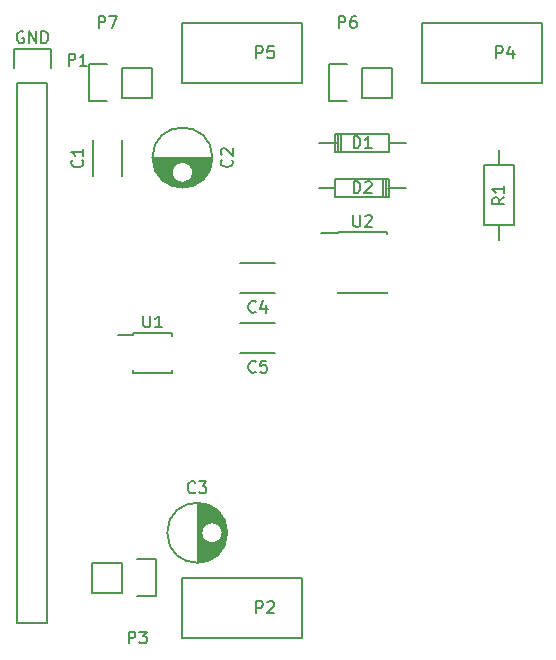
<source format=gbr>
G04 #@! TF.FileFunction,Legend,Top*
%FSLAX46Y46*%
G04 Gerber Fmt 4.6, Leading zero omitted, Abs format (unit mm)*
G04 Created by KiCad (PCBNEW 4.0.6-e0-6349~53~ubuntu16.04.1) date Thu Oct  5 16:52:54 2017*
%MOMM*%
%LPD*%
G01*
G04 APERTURE LIST*
%ADD10C,0.100000*%
%ADD11C,0.150000*%
G04 APERTURE END LIST*
D10*
D11*
X92730000Y-132330000D02*
X92730000Y-129330000D01*
X95230000Y-129330000D02*
X95230000Y-132330000D01*
X102829000Y-130865000D02*
X97831000Y-130865000D01*
X102821000Y-131005000D02*
X97839000Y-131005000D01*
X102805000Y-131145000D02*
X100425000Y-131145000D01*
X100235000Y-131145000D02*
X97855000Y-131145000D01*
X102781000Y-131285000D02*
X100820000Y-131285000D01*
X99840000Y-131285000D02*
X97879000Y-131285000D01*
X102748000Y-131425000D02*
X100987000Y-131425000D01*
X99673000Y-131425000D02*
X97912000Y-131425000D01*
X102707000Y-131565000D02*
X101094000Y-131565000D01*
X99566000Y-131565000D02*
X97953000Y-131565000D01*
X102657000Y-131705000D02*
X101165000Y-131705000D01*
X99495000Y-131705000D02*
X98003000Y-131705000D01*
X102596000Y-131845000D02*
X101209000Y-131845000D01*
X99451000Y-131845000D02*
X98064000Y-131845000D01*
X102526000Y-131985000D02*
X101228000Y-131985000D01*
X99432000Y-131985000D02*
X98134000Y-131985000D01*
X102444000Y-132125000D02*
X101226000Y-132125000D01*
X99434000Y-132125000D02*
X98216000Y-132125000D01*
X102349000Y-132265000D02*
X101201000Y-132265000D01*
X99459000Y-132265000D02*
X98311000Y-132265000D01*
X102238000Y-132405000D02*
X101153000Y-132405000D01*
X99507000Y-132405000D02*
X98422000Y-132405000D01*
X102110000Y-132545000D02*
X101075000Y-132545000D01*
X99585000Y-132545000D02*
X98550000Y-132545000D01*
X101961000Y-132685000D02*
X100958000Y-132685000D01*
X99702000Y-132685000D02*
X98699000Y-132685000D01*
X101782000Y-132825000D02*
X100770000Y-132825000D01*
X99890000Y-132825000D02*
X98878000Y-132825000D01*
X101563000Y-132965000D02*
X99097000Y-132965000D01*
X101274000Y-133105000D02*
X99386000Y-133105000D01*
X100802000Y-133245000D02*
X99858000Y-133245000D01*
X101230000Y-132040000D02*
G75*
G03X101230000Y-132040000I-900000J0D01*
G01*
X102867500Y-130790000D02*
G75*
G03X102867500Y-130790000I-2537500J0D01*
G01*
X101655000Y-160061000D02*
X101655000Y-165059000D01*
X101795000Y-160069000D02*
X101795000Y-165051000D01*
X101935000Y-160085000D02*
X101935000Y-162465000D01*
X101935000Y-162655000D02*
X101935000Y-165035000D01*
X102075000Y-160109000D02*
X102075000Y-162070000D01*
X102075000Y-163050000D02*
X102075000Y-165011000D01*
X102215000Y-160142000D02*
X102215000Y-161903000D01*
X102215000Y-163217000D02*
X102215000Y-164978000D01*
X102355000Y-160183000D02*
X102355000Y-161796000D01*
X102355000Y-163324000D02*
X102355000Y-164937000D01*
X102495000Y-160233000D02*
X102495000Y-161725000D01*
X102495000Y-163395000D02*
X102495000Y-164887000D01*
X102635000Y-160294000D02*
X102635000Y-161681000D01*
X102635000Y-163439000D02*
X102635000Y-164826000D01*
X102775000Y-160364000D02*
X102775000Y-161662000D01*
X102775000Y-163458000D02*
X102775000Y-164756000D01*
X102915000Y-160446000D02*
X102915000Y-161664000D01*
X102915000Y-163456000D02*
X102915000Y-164674000D01*
X103055000Y-160541000D02*
X103055000Y-161689000D01*
X103055000Y-163431000D02*
X103055000Y-164579000D01*
X103195000Y-160652000D02*
X103195000Y-161737000D01*
X103195000Y-163383000D02*
X103195000Y-164468000D01*
X103335000Y-160780000D02*
X103335000Y-161815000D01*
X103335000Y-163305000D02*
X103335000Y-164340000D01*
X103475000Y-160929000D02*
X103475000Y-161932000D01*
X103475000Y-163188000D02*
X103475000Y-164191000D01*
X103615000Y-161108000D02*
X103615000Y-162120000D01*
X103615000Y-163000000D02*
X103615000Y-164012000D01*
X103755000Y-161327000D02*
X103755000Y-163793000D01*
X103895000Y-161616000D02*
X103895000Y-163504000D01*
X104035000Y-162088000D02*
X104035000Y-163032000D01*
X103730000Y-162560000D02*
G75*
G03X103730000Y-162560000I-900000J0D01*
G01*
X104117500Y-162560000D02*
G75*
G03X104117500Y-162560000I-2537500J0D01*
G01*
X108200000Y-142220000D02*
X105200000Y-142220000D01*
X105200000Y-139720000D02*
X108200000Y-139720000D01*
X108200000Y-147300000D02*
X105200000Y-147300000D01*
X105200000Y-144800000D02*
X108200000Y-144800000D01*
X117856520Y-129537460D02*
X119253520Y-129537460D01*
X113411520Y-129537460D02*
X111887520Y-129537460D01*
X113792520Y-128775460D02*
X113792520Y-130299460D01*
X113538520Y-128775460D02*
X113538520Y-130299460D01*
X113284520Y-129537460D02*
X113284520Y-130299460D01*
X113284520Y-130299460D02*
X117856520Y-130299460D01*
X117856520Y-130299460D02*
X117856520Y-128775460D01*
X117856520Y-128775460D02*
X113284520Y-128775460D01*
X113284520Y-128775460D02*
X113284520Y-129537460D01*
X113283480Y-133352540D02*
X111886480Y-133352540D01*
X117728480Y-133352540D02*
X119252480Y-133352540D01*
X117347480Y-134114540D02*
X117347480Y-132590540D01*
X117601480Y-134114540D02*
X117601480Y-132590540D01*
X117855480Y-133352540D02*
X117855480Y-132590540D01*
X117855480Y-132590540D02*
X113283480Y-132590540D01*
X113283480Y-132590540D02*
X113283480Y-134114540D01*
X113283480Y-134114540D02*
X117855480Y-134114540D01*
X117855480Y-134114540D02*
X117855480Y-133352540D01*
X86360000Y-124460000D02*
X86360000Y-170180000D01*
X86360000Y-170180000D02*
X88900000Y-170180000D01*
X88900000Y-170180000D02*
X88900000Y-124460000D01*
X86080000Y-121640000D02*
X86080000Y-123190000D01*
X86360000Y-124460000D02*
X88900000Y-124460000D01*
X89180000Y-123190000D02*
X89180000Y-121640000D01*
X89180000Y-121640000D02*
X86080000Y-121640000D01*
X100330000Y-166370000D02*
X110490000Y-166370000D01*
X110490000Y-166370000D02*
X110490000Y-171450000D01*
X110490000Y-171450000D02*
X100330000Y-171450000D01*
X100330000Y-171450000D02*
X100330000Y-166370000D01*
X98070000Y-164820000D02*
X96520000Y-164820000D01*
X92710000Y-165100000D02*
X95250000Y-165100000D01*
X95250000Y-165100000D02*
X95250000Y-167640000D01*
X96520000Y-167920000D02*
X98070000Y-167920000D01*
X98070000Y-167920000D02*
X98070000Y-164820000D01*
X95250000Y-167640000D02*
X92710000Y-167640000D01*
X92710000Y-167640000D02*
X92710000Y-165100000D01*
X120650000Y-119380000D02*
X130810000Y-119380000D01*
X130810000Y-119380000D02*
X130810000Y-124460000D01*
X130810000Y-124460000D02*
X120650000Y-124460000D01*
X120650000Y-124460000D02*
X120650000Y-119380000D01*
X100330000Y-119380000D02*
X110490000Y-119380000D01*
X110490000Y-119380000D02*
X110490000Y-124460000D01*
X110490000Y-124460000D02*
X100330000Y-124460000D01*
X100330000Y-124460000D02*
X100330000Y-119380000D01*
X112750000Y-126010000D02*
X114300000Y-126010000D01*
X118110000Y-125730000D02*
X115570000Y-125730000D01*
X115570000Y-125730000D02*
X115570000Y-123190000D01*
X114300000Y-122910000D02*
X112750000Y-122910000D01*
X112750000Y-122910000D02*
X112750000Y-126010000D01*
X115570000Y-123190000D02*
X118110000Y-123190000D01*
X118110000Y-123190000D02*
X118110000Y-125730000D01*
X92430000Y-126010000D02*
X93980000Y-126010000D01*
X97790000Y-125730000D02*
X95250000Y-125730000D01*
X95250000Y-125730000D02*
X95250000Y-123190000D01*
X93980000Y-122910000D02*
X92430000Y-122910000D01*
X92430000Y-122910000D02*
X92430000Y-126010000D01*
X95250000Y-123190000D02*
X97790000Y-123190000D01*
X97790000Y-123190000D02*
X97790000Y-125730000D01*
X96115000Y-145645000D02*
X96115000Y-145820000D01*
X99465000Y-145645000D02*
X99465000Y-145895000D01*
X99465000Y-148995000D02*
X99465000Y-148745000D01*
X96115000Y-148995000D02*
X96115000Y-148745000D01*
X96115000Y-145645000D02*
X99465000Y-145645000D01*
X96115000Y-148995000D02*
X99465000Y-148995000D01*
X96115000Y-145820000D02*
X94865000Y-145820000D01*
X113495000Y-137125000D02*
X113495000Y-137175000D01*
X117645000Y-137125000D02*
X117645000Y-137270000D01*
X117645000Y-142275000D02*
X117645000Y-142130000D01*
X113495000Y-142275000D02*
X113495000Y-142130000D01*
X113495000Y-137125000D02*
X117645000Y-137125000D01*
X113495000Y-142275000D02*
X117645000Y-142275000D01*
X113495000Y-137175000D02*
X112095000Y-137175000D01*
X128397000Y-131445000D02*
X128397000Y-136525000D01*
X128397000Y-136525000D02*
X125857000Y-136525000D01*
X125857000Y-136525000D02*
X125857000Y-131445000D01*
X125857000Y-131445000D02*
X128397000Y-131445000D01*
X127127000Y-131445000D02*
X127127000Y-130175000D01*
X127127000Y-136525000D02*
X127127000Y-137795000D01*
X91837143Y-130996666D02*
X91884762Y-131044285D01*
X91932381Y-131187142D01*
X91932381Y-131282380D01*
X91884762Y-131425238D01*
X91789524Y-131520476D01*
X91694286Y-131568095D01*
X91503810Y-131615714D01*
X91360952Y-131615714D01*
X91170476Y-131568095D01*
X91075238Y-131520476D01*
X90980000Y-131425238D01*
X90932381Y-131282380D01*
X90932381Y-131187142D01*
X90980000Y-131044285D01*
X91027619Y-130996666D01*
X91932381Y-130044285D02*
X91932381Y-130615714D01*
X91932381Y-130330000D02*
X90932381Y-130330000D01*
X91075238Y-130425238D01*
X91170476Y-130520476D01*
X91218095Y-130615714D01*
X104487143Y-130956666D02*
X104534762Y-131004285D01*
X104582381Y-131147142D01*
X104582381Y-131242380D01*
X104534762Y-131385238D01*
X104439524Y-131480476D01*
X104344286Y-131528095D01*
X104153810Y-131575714D01*
X104010952Y-131575714D01*
X103820476Y-131528095D01*
X103725238Y-131480476D01*
X103630000Y-131385238D01*
X103582381Y-131242380D01*
X103582381Y-131147142D01*
X103630000Y-131004285D01*
X103677619Y-130956666D01*
X103677619Y-130575714D02*
X103630000Y-130528095D01*
X103582381Y-130432857D01*
X103582381Y-130194761D01*
X103630000Y-130099523D01*
X103677619Y-130051904D01*
X103772857Y-130004285D01*
X103868095Y-130004285D01*
X104010952Y-130051904D01*
X104582381Y-130623333D01*
X104582381Y-130004285D01*
X101413334Y-159117143D02*
X101365715Y-159164762D01*
X101222858Y-159212381D01*
X101127620Y-159212381D01*
X100984762Y-159164762D01*
X100889524Y-159069524D01*
X100841905Y-158974286D01*
X100794286Y-158783810D01*
X100794286Y-158640952D01*
X100841905Y-158450476D01*
X100889524Y-158355238D01*
X100984762Y-158260000D01*
X101127620Y-158212381D01*
X101222858Y-158212381D01*
X101365715Y-158260000D01*
X101413334Y-158307619D01*
X101746667Y-158212381D02*
X102365715Y-158212381D01*
X102032381Y-158593333D01*
X102175239Y-158593333D01*
X102270477Y-158640952D01*
X102318096Y-158688571D01*
X102365715Y-158783810D01*
X102365715Y-159021905D01*
X102318096Y-159117143D01*
X102270477Y-159164762D01*
X102175239Y-159212381D01*
X101889524Y-159212381D01*
X101794286Y-159164762D01*
X101746667Y-159117143D01*
X106533334Y-143827143D02*
X106485715Y-143874762D01*
X106342858Y-143922381D01*
X106247620Y-143922381D01*
X106104762Y-143874762D01*
X106009524Y-143779524D01*
X105961905Y-143684286D01*
X105914286Y-143493810D01*
X105914286Y-143350952D01*
X105961905Y-143160476D01*
X106009524Y-143065238D01*
X106104762Y-142970000D01*
X106247620Y-142922381D01*
X106342858Y-142922381D01*
X106485715Y-142970000D01*
X106533334Y-143017619D01*
X107390477Y-143255714D02*
X107390477Y-143922381D01*
X107152381Y-142874762D02*
X106914286Y-143589048D01*
X107533334Y-143589048D01*
X106533334Y-148907143D02*
X106485715Y-148954762D01*
X106342858Y-149002381D01*
X106247620Y-149002381D01*
X106104762Y-148954762D01*
X106009524Y-148859524D01*
X105961905Y-148764286D01*
X105914286Y-148573810D01*
X105914286Y-148430952D01*
X105961905Y-148240476D01*
X106009524Y-148145238D01*
X106104762Y-148050000D01*
X106247620Y-148002381D01*
X106342858Y-148002381D01*
X106485715Y-148050000D01*
X106533334Y-148097619D01*
X107438096Y-148002381D02*
X106961905Y-148002381D01*
X106914286Y-148478571D01*
X106961905Y-148430952D01*
X107057143Y-148383333D01*
X107295239Y-148383333D01*
X107390477Y-148430952D01*
X107438096Y-148478571D01*
X107485715Y-148573810D01*
X107485715Y-148811905D01*
X107438096Y-148907143D01*
X107390477Y-148954762D01*
X107295239Y-149002381D01*
X107057143Y-149002381D01*
X106961905Y-148954762D01*
X106914286Y-148907143D01*
X114831905Y-129992381D02*
X114831905Y-128992381D01*
X115070000Y-128992381D01*
X115212858Y-129040000D01*
X115308096Y-129135238D01*
X115355715Y-129230476D01*
X115403334Y-129420952D01*
X115403334Y-129563810D01*
X115355715Y-129754286D01*
X115308096Y-129849524D01*
X115212858Y-129944762D01*
X115070000Y-129992381D01*
X114831905Y-129992381D01*
X116355715Y-129992381D02*
X115784286Y-129992381D01*
X116070000Y-129992381D02*
X116070000Y-128992381D01*
X115974762Y-129135238D01*
X115879524Y-129230476D01*
X115784286Y-129278095D01*
X114831905Y-133802381D02*
X114831905Y-132802381D01*
X115070000Y-132802381D01*
X115212858Y-132850000D01*
X115308096Y-132945238D01*
X115355715Y-133040476D01*
X115403334Y-133230952D01*
X115403334Y-133373810D01*
X115355715Y-133564286D01*
X115308096Y-133659524D01*
X115212858Y-133754762D01*
X115070000Y-133802381D01*
X114831905Y-133802381D01*
X115784286Y-132897619D02*
X115831905Y-132850000D01*
X115927143Y-132802381D01*
X116165239Y-132802381D01*
X116260477Y-132850000D01*
X116308096Y-132897619D01*
X116355715Y-132992857D01*
X116355715Y-133088095D01*
X116308096Y-133230952D01*
X115736667Y-133802381D01*
X116355715Y-133802381D01*
X90701905Y-123007381D02*
X90701905Y-122007381D01*
X91082858Y-122007381D01*
X91178096Y-122055000D01*
X91225715Y-122102619D01*
X91273334Y-122197857D01*
X91273334Y-122340714D01*
X91225715Y-122435952D01*
X91178096Y-122483571D01*
X91082858Y-122531190D01*
X90701905Y-122531190D01*
X92225715Y-123007381D02*
X91654286Y-123007381D01*
X91940000Y-123007381D02*
X91940000Y-122007381D01*
X91844762Y-122150238D01*
X91749524Y-122245476D01*
X91654286Y-122293095D01*
X86868096Y-120150000D02*
X86772858Y-120102381D01*
X86630001Y-120102381D01*
X86487143Y-120150000D01*
X86391905Y-120245238D01*
X86344286Y-120340476D01*
X86296667Y-120530952D01*
X86296667Y-120673810D01*
X86344286Y-120864286D01*
X86391905Y-120959524D01*
X86487143Y-121054762D01*
X86630001Y-121102381D01*
X86725239Y-121102381D01*
X86868096Y-121054762D01*
X86915715Y-121007143D01*
X86915715Y-120673810D01*
X86725239Y-120673810D01*
X87344286Y-121102381D02*
X87344286Y-120102381D01*
X87915715Y-121102381D01*
X87915715Y-120102381D01*
X88391905Y-121102381D02*
X88391905Y-120102381D01*
X88630000Y-120102381D01*
X88772858Y-120150000D01*
X88868096Y-120245238D01*
X88915715Y-120340476D01*
X88963334Y-120530952D01*
X88963334Y-120673810D01*
X88915715Y-120864286D01*
X88868096Y-120959524D01*
X88772858Y-121054762D01*
X88630000Y-121102381D01*
X88391905Y-121102381D01*
X106576905Y-169362381D02*
X106576905Y-168362381D01*
X106957858Y-168362381D01*
X107053096Y-168410000D01*
X107100715Y-168457619D01*
X107148334Y-168552857D01*
X107148334Y-168695714D01*
X107100715Y-168790952D01*
X107053096Y-168838571D01*
X106957858Y-168886190D01*
X106576905Y-168886190D01*
X107529286Y-168457619D02*
X107576905Y-168410000D01*
X107672143Y-168362381D01*
X107910239Y-168362381D01*
X108005477Y-168410000D01*
X108053096Y-168457619D01*
X108100715Y-168552857D01*
X108100715Y-168648095D01*
X108053096Y-168790952D01*
X107481667Y-169362381D01*
X108100715Y-169362381D01*
X95781905Y-171922381D02*
X95781905Y-170922381D01*
X96162858Y-170922381D01*
X96258096Y-170970000D01*
X96305715Y-171017619D01*
X96353334Y-171112857D01*
X96353334Y-171255714D01*
X96305715Y-171350952D01*
X96258096Y-171398571D01*
X96162858Y-171446190D01*
X95781905Y-171446190D01*
X96686667Y-170922381D02*
X97305715Y-170922381D01*
X96972381Y-171303333D01*
X97115239Y-171303333D01*
X97210477Y-171350952D01*
X97258096Y-171398571D01*
X97305715Y-171493810D01*
X97305715Y-171731905D01*
X97258096Y-171827143D01*
X97210477Y-171874762D01*
X97115239Y-171922381D01*
X96829524Y-171922381D01*
X96734286Y-171874762D01*
X96686667Y-171827143D01*
X126896905Y-122372381D02*
X126896905Y-121372381D01*
X127277858Y-121372381D01*
X127373096Y-121420000D01*
X127420715Y-121467619D01*
X127468334Y-121562857D01*
X127468334Y-121705714D01*
X127420715Y-121800952D01*
X127373096Y-121848571D01*
X127277858Y-121896190D01*
X126896905Y-121896190D01*
X128325477Y-121705714D02*
X128325477Y-122372381D01*
X128087381Y-121324762D02*
X127849286Y-122039048D01*
X128468334Y-122039048D01*
X106576905Y-122372381D02*
X106576905Y-121372381D01*
X106957858Y-121372381D01*
X107053096Y-121420000D01*
X107100715Y-121467619D01*
X107148334Y-121562857D01*
X107148334Y-121705714D01*
X107100715Y-121800952D01*
X107053096Y-121848571D01*
X106957858Y-121896190D01*
X106576905Y-121896190D01*
X108053096Y-121372381D02*
X107576905Y-121372381D01*
X107529286Y-121848571D01*
X107576905Y-121800952D01*
X107672143Y-121753333D01*
X107910239Y-121753333D01*
X108005477Y-121800952D01*
X108053096Y-121848571D01*
X108100715Y-121943810D01*
X108100715Y-122181905D01*
X108053096Y-122277143D01*
X108005477Y-122324762D01*
X107910239Y-122372381D01*
X107672143Y-122372381D01*
X107576905Y-122324762D01*
X107529286Y-122277143D01*
X113561905Y-119812381D02*
X113561905Y-118812381D01*
X113942858Y-118812381D01*
X114038096Y-118860000D01*
X114085715Y-118907619D01*
X114133334Y-119002857D01*
X114133334Y-119145714D01*
X114085715Y-119240952D01*
X114038096Y-119288571D01*
X113942858Y-119336190D01*
X113561905Y-119336190D01*
X114990477Y-118812381D02*
X114800000Y-118812381D01*
X114704762Y-118860000D01*
X114657143Y-118907619D01*
X114561905Y-119050476D01*
X114514286Y-119240952D01*
X114514286Y-119621905D01*
X114561905Y-119717143D01*
X114609524Y-119764762D01*
X114704762Y-119812381D01*
X114895239Y-119812381D01*
X114990477Y-119764762D01*
X115038096Y-119717143D01*
X115085715Y-119621905D01*
X115085715Y-119383810D01*
X115038096Y-119288571D01*
X114990477Y-119240952D01*
X114895239Y-119193333D01*
X114704762Y-119193333D01*
X114609524Y-119240952D01*
X114561905Y-119288571D01*
X114514286Y-119383810D01*
X93241905Y-119812381D02*
X93241905Y-118812381D01*
X93622858Y-118812381D01*
X93718096Y-118860000D01*
X93765715Y-118907619D01*
X93813334Y-119002857D01*
X93813334Y-119145714D01*
X93765715Y-119240952D01*
X93718096Y-119288571D01*
X93622858Y-119336190D01*
X93241905Y-119336190D01*
X94146667Y-118812381D02*
X94813334Y-118812381D01*
X94384762Y-119812381D01*
X97028095Y-144172381D02*
X97028095Y-144981905D01*
X97075714Y-145077143D01*
X97123333Y-145124762D01*
X97218571Y-145172381D01*
X97409048Y-145172381D01*
X97504286Y-145124762D01*
X97551905Y-145077143D01*
X97599524Y-144981905D01*
X97599524Y-144172381D01*
X98599524Y-145172381D02*
X98028095Y-145172381D01*
X98313809Y-145172381D02*
X98313809Y-144172381D01*
X98218571Y-144315238D01*
X98123333Y-144410476D01*
X98028095Y-144458095D01*
X114808095Y-135652381D02*
X114808095Y-136461905D01*
X114855714Y-136557143D01*
X114903333Y-136604762D01*
X114998571Y-136652381D01*
X115189048Y-136652381D01*
X115284286Y-136604762D01*
X115331905Y-136557143D01*
X115379524Y-136461905D01*
X115379524Y-135652381D01*
X115808095Y-135747619D02*
X115855714Y-135700000D01*
X115950952Y-135652381D01*
X116189048Y-135652381D01*
X116284286Y-135700000D01*
X116331905Y-135747619D01*
X116379524Y-135842857D01*
X116379524Y-135938095D01*
X116331905Y-136080952D01*
X115760476Y-136652381D01*
X116379524Y-136652381D01*
X127579381Y-134151666D02*
X127103190Y-134485000D01*
X127579381Y-134723095D02*
X126579381Y-134723095D01*
X126579381Y-134342142D01*
X126627000Y-134246904D01*
X126674619Y-134199285D01*
X126769857Y-134151666D01*
X126912714Y-134151666D01*
X127007952Y-134199285D01*
X127055571Y-134246904D01*
X127103190Y-134342142D01*
X127103190Y-134723095D01*
X127579381Y-133199285D02*
X127579381Y-133770714D01*
X127579381Y-133485000D02*
X126579381Y-133485000D01*
X126722238Y-133580238D01*
X126817476Y-133675476D01*
X126865095Y-133770714D01*
M02*

</source>
